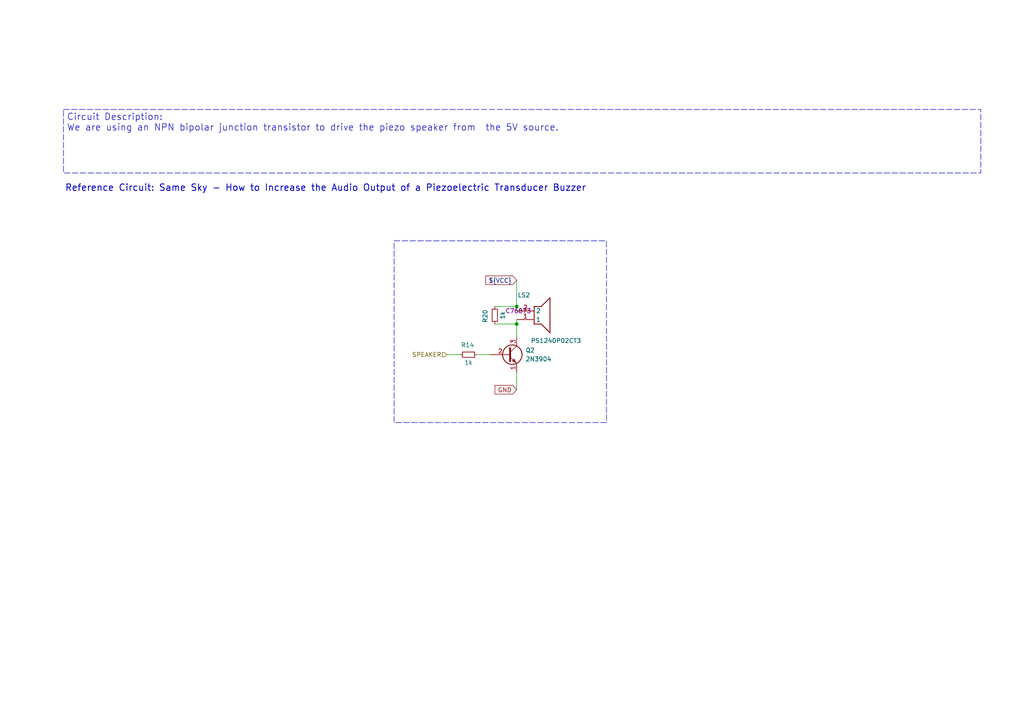
<source format=kicad_sch>
(kicad_sch (version 20250114) (generator "eeschema") (generator_version "9.0")
  (paper "A4")
  (title_block (title "Kitchen_Timer - ${SHEETNAME}") (date "2025-01-26") (rev "v01") (comment 2 "creativecommons.org/licences/4.0/") (comment 3 "Licence: CC BY 4.0") (comment 4 "Author: Nicolas Perozzi"))
  (lib_symbols
    (symbol "Device:R_Small" (pin_numbers (hide yes)) (pin_names (offset 0.254) (hide yes))
      (property "Reference" "R" (at 0.762 0.508 0))
      (property "Value" "R_Small" (at 0.762 -1.016 0))
      (symbol "R_Small_0_1"
        (rectangle (start -0.762 1.778) (end 0.762 -1.778) (stroke (width 0.2032)))
      )
      (symbol "R_Small_1_1"
        (pin passive line (at 0 2.54 270) (length 0.762) (name "~") (number "1"))
        (pin passive line (at 0 -2.54 90) (length 0.762) (name "~") (number "2"))
      )
    )
    (symbol "Transistor_BJT:2N3904" (pin_names (offset 0) (hide yes))
      (property "Reference" "Q" (at 5.08 1.905 0))
      (property "Value" "2N3904" (at 5.08 0 0))
      (symbol "2N3904_0_1"
        (polyline (pts (xy 0.635 1.905) (xy 0.635 -1.905) (xy 0.635 -1.905)) (stroke (width 0.508)))
        (polyline (pts (xy 0.635 0.635) (xy 2.54 2.54)))
        (polyline (pts (xy 0.635 -0.635) (xy 2.54 -2.54) (xy 2.54 -2.54)))
        (circle (center 1.27 0) (radius 2.8194) (stroke (width 0.254)))
        (polyline (pts (xy 1.27 -1.778) (xy 1.778 -1.27) (xy 2.286 -2.286) (xy 1.27 -1.778) (xy 1.27 -1.778)) (fill (type outline)))
      )
      (symbol "2N3904_1_1"
        (pin passive line (at -5.08 0 0) (length 5.715) (name "B") (number "2"))
        (pin passive line (at 2.54 5.08 270) (length 2.54) (name "C") (number "3"))
        (pin passive line (at 2.54 -5.08 90) (length 2.54) (name "E") (number "1"))
      )
    )
    (symbol "kitchen_timer-symbols_lib:HNB09A05"
      (property "Reference" "LS" (at -5.842 3.81 0))
      (property "Value" "HNB09A05" (at 0.762 -8.636 0))
      (symbol "HNB09A05_1_1"
        (polyline (pts (xy 5.08 1.27) (xy 5.08 -3.81)) (stroke (width 0.254)))
        (polyline (pts (xy 5.08 1.27) (xy 7.112 1.27)) (stroke (width 0.254)))
        (polyline (pts (xy 7.112 -3.81) (xy 5.08 -3.81)) (stroke (width 0.254)))
        (polyline (pts (xy 7.112 -3.81) (xy 9.652 -6.35)) (stroke (width 0.254)))
        (polyline (pts (xy 9.652 3.81) (xy 7.112 1.27)) (stroke (width 0.254)))
        (polyline (pts (xy 9.652 3.81) (xy 9.652 -6.35)) (stroke (width 0.254)))
        (pin passive line (at 0 0 0) (length 5.08) (name "2") (number "2"))
        (pin passive line (at 0 -2.54 0) (length 5.08) (name "1") (number "1"))
      )
    )
  )
  (rectangle (start 114.3 69.85) (end 175.895 122.555) (stroke (width 0) (type dash)))
  (text "${SHEETNAME}" (at 17.018 22.098 0) (effects (font (size 3.81 3.81) (thickness 0.762) (bold yes)) (justify left)))
  (text "Reference Circuit: Same Sky - How to Increase the Audio Output of a Piezoelectric Transducer Buzzer" (at 18.796 54.61 0) (effects (font (size 1.905 1.905) (thickness 0.2381)) (justify left)))
  (text_box "Circuit Description:\nWe are using an NPN bipolar junction transistor to drive the piezo speaker from  the 5V source.\n" (at 18.415 31.75 0) (size 266.065 18.415) (margins 0.9525 0.9525 0.9525 0.9525) (stroke (width 0) (type dash)) (effects (font (size 1.905 1.905) (thickness 0.1588)) (justify left top)))
  (junction (at 149.86 88.9))
  (junction (at 149.86 93.98))
  (wire (pts (xy 149.86 107.95) (xy 149.86 113.03)))
  (wire (pts (xy 143.51 88.9) (xy 149.86 88.9)))
  (wire (pts (xy 138.43 102.87) (xy 142.24 102.87)))
  (wire (pts (xy 149.86 88.9) (xy 149.86 90.17)))
  (wire (pts (xy 149.86 93.98) (xy 149.86 97.79)))
  (wire (pts (xy 129.54 102.87) (xy 133.35 102.87)))
  (wire (pts (xy 143.51 93.98) (xy 149.86 93.98)))
  (wire (pts (xy 149.86 81.28) (xy 149.86 88.9)))
  (wire (pts (xy 149.86 92.71) (xy 149.86 93.98)))
  (global_label "${VCC}" (shape input) (at 149.86 81.28 180) (property "Intersheetrefs" "${INTERSHEET_REFS}" (effects (hide yes))))
  (global_label "GND" (shape input) (at 149.86 113.03 180) (property "Intersheetrefs" "${INTERSHEET_REFS}" (effects (hide yes))))
  (hierarchical_label "SPEAKER" (shape input) (at 129.54 102.87 180))
  (symbol (lib_id "kitchen_timer-symbols_lib:HNB09A05") (at 149.86 90.17 0) (unit 1) (in_bom no)
    (property "Reference" "LS2" (at 150.114 85.598 0) (effects (justify left)))
    (property "Value" "PS1240P02CT3" (at 153.924 98.806 0) (effects (justify left)))
    (property "Footprint" "kitchen_timer:PS1240P02BT" (effects (hide yes)))
    (property "Datasheet" "https://jlcpcb.com/api/file/downloadByFileSystemAccessId/8559368611917037568" (effects (hide yes)))
    (property "Description" "Piezo Buzzers & Audio Indicators Round 12.2mmx3.5mm 4kHz Vin=3V" (effects (hide yes)))
    (property "Supplier Link" "https://jlcpcb.com/partdetail/Tdk-PS1240P02CT3/C76873" (effects (hide yes)))
    (property "Package" "Plugin,D=12.2mm" (effects (hide yes)))
    (property "Manuf. Name" "TDK" (effects (hide yes)))
    (property "Manuf. Part #" "PS1240P02CT3" (effects (hide yes)))
    (property "Supplier Name" "JLCPCB" (effects (hide yes)))
    (property "Supplier Unit Price" " $0.2462" (effects (hide yes)))
    (property "Supplier Part #" " C76873" (at 149.86 90.17 0))
  )
  (symbol (lib_id "Device:R_Small") (at 143.51 91.44 180) (unit 1)
    (property "Reference" "R20" (at 140.716 91.694 90))
    (property "Value" "1k" (at 145.796 91.44 90))
    (property "Footprint" "Resistor_SMD:R_0805_2012Metric_Pad1.20x1.40mm_HandSolder" (effects (hide yes)))
    (property "Datasheet" "https://jlcpcb.com/api/file/downloadByFileSystemAccessId/8579706499683172352" (effects (hide yes)))
    (property "Description" "1k, 0805" (effects (hide yes)))
    (property "Supplier Name" "JLCPCB" (effects (hide yes)))
    (property "Manuf. Name" "UNI-ROYAL(Uniroyal Elec)" (effects (hide yes)))
    (property "Manuf. Part #" "0805W8F1001T5E" (effects (hide yes)))
    (property "Package" "0805" (effects (hide yes)))
    (property "Supplier Link" "https://jlcpcb.com/partdetail/18201-0805W8F1001T5E/C17513" (effects (hide yes)))
    (property "Supplier Part #" "C17513" (effects (hide yes)))
    (property "Supplier Unit Price" "$0.0017" (effects (hide yes)))
  )
  (symbol (lib_id "Device:R_Small") (at 135.89 102.87 90) (unit 1)
    (property "Reference" "R14" (at 135.636 100.076 90))
    (property "Value" "1k" (at 135.89 105.156 90))
    (property "Footprint" "Resistor_SMD:R_0805_2012Metric_Pad1.20x1.40mm_HandSolder" (effects (hide yes)))
    (property "Datasheet" "https://jlcpcb.com/api/file/downloadByFileSystemAccessId/8579706499683172352" (effects (hide yes)))
    (property "Description" "1k, 0805" (effects (hide yes)))
    (property "Supplier Name" "JLCPCB" (effects (hide yes)))
    (property "Manuf. Name" "UNI-ROYAL(Uniroyal Elec)" (effects (hide yes)))
    (property "Manuf. Part #" "0805W8F1001T5E" (effects (hide yes)))
    (property "Package" "0805" (effects (hide yes)))
    (property "Supplier Link" "https://jlcpcb.com/partdetail/18201-0805W8F1001T5E/C17513" (effects (hide yes)))
    (property "Supplier Part #" "C17513" (effects (hide yes)))
    (property "Supplier Unit Price" "$0.0017" (effects (hide yes)))
  )
  (symbol (lib_id "Transistor_BJT:2N3904") (at 147.32 102.87 0) (unit 1)
    (property "Reference" "Q2" (at 152.4 101.5999 0) (effects (justify left)))
    (property "Value" "2N3904" (at 152.4 104.1399 0) (effects (justify left)))
    (property "Footprint" "Package_TO_SOT_THT:TO-92_Inline" (effects (hide yes)))
    (property "Datasheet" "https://www.onsemi.com/pub/Collateral/2N3903-D.PDF" (effects (hide yes)))
    (property "Description" "0.2A Ic, 40V Vce, Small Signal NPN Transistor, TO-92" (effects (hide yes)))
  )
)
</source>
